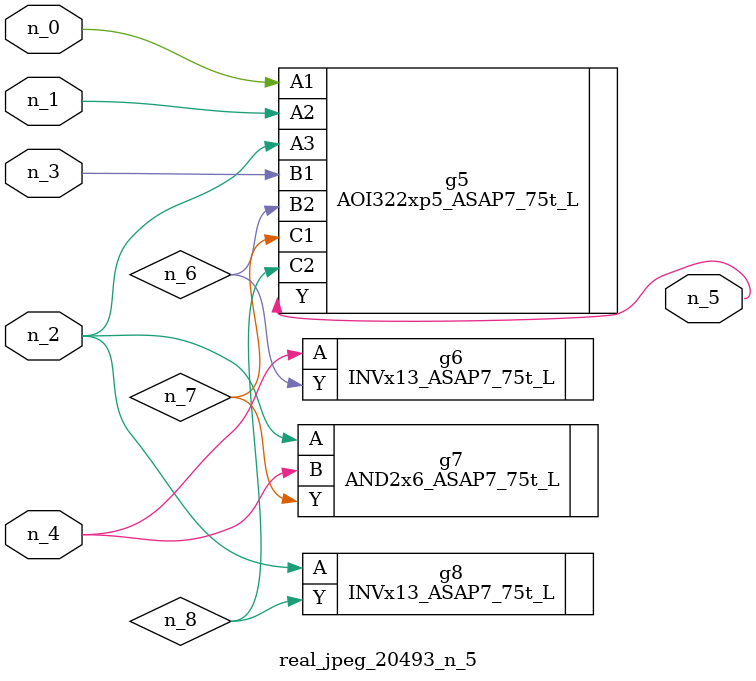
<source format=v>
module real_jpeg_20493_n_5 (n_4, n_0, n_1, n_2, n_3, n_5);

input n_4;
input n_0;
input n_1;
input n_2;
input n_3;

output n_5;

wire n_8;
wire n_6;
wire n_7;

AOI322xp5_ASAP7_75t_L g5 ( 
.A1(n_0),
.A2(n_1),
.A3(n_2),
.B1(n_3),
.B2(n_6),
.C1(n_7),
.C2(n_8),
.Y(n_5)
);

AND2x6_ASAP7_75t_L g7 ( 
.A(n_2),
.B(n_4),
.Y(n_7)
);

INVx13_ASAP7_75t_L g8 ( 
.A(n_2),
.Y(n_8)
);

INVx13_ASAP7_75t_L g6 ( 
.A(n_4),
.Y(n_6)
);


endmodule
</source>
